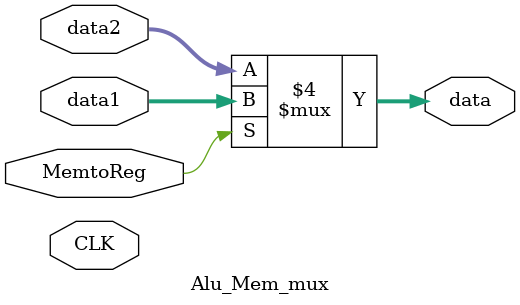
<source format=v>
module Alu_Mem_mux(
    input MemtoReg,
    input [31:0]data1,
    input [31:0]data2,
    input CLK,
    output reg [31:0]data
    );
    always@(*)begin
        if(MemtoReg==1)
            data=data1;
        else
            data=data2;
    end
endmodule

</source>
